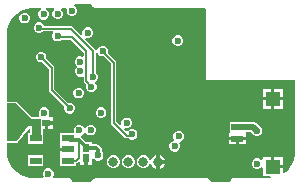
<source format=gbl>
%TF.GenerationSoftware,Altium Limited,Altium Designer,24.5.2 (23)*%
G04 Layer_Physical_Order=4*
G04 Layer_Color=16711680*
%FSLAX45Y45*%
%MOMM*%
%TF.SameCoordinates,57FA01A1-E815-4C6C-BC38-3E05548C2649*%
%TF.FilePolarity,Positive*%
%TF.FileFunction,Copper,L4,Bot,Signal*%
%TF.Part,Single*%
G01*
G75*
%TA.AperFunction,Conductor*%
%ADD10C,0.35000*%
%TA.AperFunction,SMDPad,CuDef*%
%ADD13R,0.62000X0.70000*%
%ADD14R,0.70000X0.62000*%
%ADD19R,1.00000X0.60000*%
%TA.AperFunction,Conductor*%
%ADD28C,0.15000*%
%ADD29C,0.50000*%
%TA.AperFunction,ComponentPad*%
%ADD30C,0.80000*%
%TA.AperFunction,ViaPad*%
%ADD31C,0.60000*%
%ADD32C,0.50000*%
%TA.AperFunction,SMDPad,CuDef*%
%ADD33R,1.00000X0.55000*%
%ADD34R,1.30000X1.26000*%
G36*
X750048Y1485983D02*
X759972Y1479352D01*
X778349Y1471741D01*
X790054Y1469412D01*
X800000D01*
X1700010Y1469412D01*
X1700011Y1469412D01*
X1700013Y1469412D01*
X1701800Y1469412D01*
X1714500Y1458594D01*
Y863600D01*
X2469413D01*
X2469414Y250001D01*
X2469413Y228390D01*
X2460981Y186000D01*
X2444441Y146068D01*
X2420429Y110132D01*
X2389867Y79570D01*
X2374515Y69312D01*
X2363315Y75299D01*
Y111477D01*
X2278315D01*
Y126477D01*
X2263315D01*
Y209477D01*
X2193315D01*
Y186985D01*
X2180615Y181725D01*
X2171790Y190549D01*
X2155251Y197400D01*
X2137349D01*
X2120810Y190549D01*
X2108151Y177890D01*
X2101300Y161351D01*
Y143449D01*
X2108151Y126910D01*
X2120810Y114251D01*
X2137349Y107400D01*
X2155251D01*
X2171790Y114251D01*
X2180615Y123075D01*
X2193315Y117815D01*
Y43477D01*
X2254369D01*
X2259999Y30777D01*
X2259826Y30587D01*
X2250000D01*
X1950001Y30587D01*
X1938296Y28258D01*
X1928373Y21628D01*
X1921742Y11704D01*
X1919414Y0D01*
X1763988D01*
X1749961Y14026D01*
X1740038Y20657D01*
X1721661Y28269D01*
X1709955Y30597D01*
X1700010D01*
X800000Y30598D01*
X799997Y30597D01*
X790050Y30596D01*
X778345Y28267D01*
X759966Y20652D01*
X750044Y14020D01*
X736026Y0D01*
X580586D01*
X578258Y11704D01*
X571628Y21628D01*
X561704Y28258D01*
X549999Y30587D01*
X422435D01*
X417573Y43287D01*
X423739Y58173D01*
Y76075D01*
X416888Y92614D01*
X404230Y105273D01*
X387690Y112123D01*
X369788D01*
X353249Y105273D01*
X340590Y92614D01*
X333739Y76075D01*
Y58173D01*
X339905Y43287D01*
X335043Y30586D01*
X250000D01*
X228389Y30587D01*
X186000Y39018D01*
X146068Y55559D01*
X110132Y79571D01*
X79570Y110132D01*
X55558Y146069D01*
X39018Y186000D01*
X30587Y228389D01*
Y326664D01*
X111308D01*
X112458Y327140D01*
X113664Y326836D01*
X118059Y329460D01*
X122789Y331419D01*
X123265Y332569D01*
X124333Y333207D01*
X203478Y439550D01*
X219814Y441969D01*
X225064Y438014D01*
Y412251D01*
X206741D01*
Y322251D01*
X336741D01*
Y412251D01*
X333736D01*
Y444207D01*
X347714D01*
Y495207D01*
X362714D01*
Y510207D01*
X417714D01*
Y546207D01*
X386631D01*
X381355Y558892D01*
X388206Y575431D01*
Y593333D01*
X381355Y609873D01*
X368696Y622531D01*
X352157Y629382D01*
X334255D01*
X317716Y622531D01*
X305057Y609873D01*
X298206Y593333D01*
Y575431D01*
X303548Y562536D01*
X298795Y552524D01*
X296152Y549836D01*
X238331D01*
X115635Y672532D01*
X104154Y677287D01*
X30587D01*
X30586Y1250000D01*
X30586Y1271610D01*
X39018Y1314001D01*
X55558Y1353930D01*
X79570Y1389868D01*
X110132Y1420429D01*
X146069Y1444442D01*
X185999Y1460982D01*
X228389Y1469413D01*
X317947D01*
X320473Y1456713D01*
X312758Y1453518D01*
X300099Y1440859D01*
X293249Y1424320D01*
Y1406418D01*
X300099Y1389878D01*
X312758Y1377220D01*
X329298Y1370369D01*
X347199D01*
X363739Y1377220D01*
X376398Y1389878D01*
X383248Y1406418D01*
Y1424320D01*
X376398Y1440859D01*
X363739Y1453518D01*
X356024Y1456713D01*
X358550Y1469413D01*
X422613D01*
X427874Y1456713D01*
X419051Y1447890D01*
X412200Y1431351D01*
Y1413449D01*
X419051Y1396910D01*
X431710Y1384251D01*
X448249Y1377400D01*
X466151D01*
X482690Y1384251D01*
X495349Y1396910D01*
X502200Y1413449D01*
Y1431351D01*
X495349Y1447890D01*
X486526Y1456713D01*
X491787Y1469413D01*
X527652D01*
X534708Y1458854D01*
X533616Y1456217D01*
Y1438315D01*
X540467Y1421775D01*
X553125Y1409117D01*
X569665Y1402266D01*
X587567D01*
X604106Y1409117D01*
X616765Y1421775D01*
X623616Y1438315D01*
Y1456217D01*
X616765Y1472756D01*
X604106Y1485415D01*
X599556Y1487300D01*
X602082Y1500000D01*
X736032D01*
X750048Y1485983D01*
D02*
G37*
G36*
X231606Y533600D02*
X312714D01*
Y449207D01*
X317500D01*
Y412251D01*
Y342900D01*
X241300D01*
Y469341D01*
X205798Y469862D01*
X111308Y342900D01*
X30586D01*
X30586Y661052D01*
X104154D01*
X231606Y533600D01*
D02*
G37*
%LPC*%
G36*
X186751Y1429300D02*
X168849D01*
X152310Y1422449D01*
X139651Y1409790D01*
X132800Y1393251D01*
Y1375349D01*
X139651Y1358810D01*
X152310Y1346151D01*
X168849Y1339300D01*
X186751D01*
X203290Y1346151D01*
X215949Y1358810D01*
X222800Y1375349D01*
Y1393251D01*
X215949Y1409790D01*
X203290Y1422449D01*
X186751Y1429300D01*
D02*
G37*
G36*
X310233Y1348016D02*
X292331D01*
X275791Y1341165D01*
X263133Y1328507D01*
X256282Y1311967D01*
Y1294065D01*
X263133Y1277526D01*
X275791Y1264867D01*
X292331Y1258017D01*
X310233D01*
X326772Y1264867D01*
X333371Y1271466D01*
X415166D01*
X420426Y1258766D01*
X419051Y1257390D01*
X412200Y1240851D01*
Y1222949D01*
X419051Y1206410D01*
X431710Y1193751D01*
X448249Y1186900D01*
X466151D01*
X482690Y1193751D01*
X489289Y1200349D01*
X570608D01*
X678415Y1092542D01*
Y1065518D01*
X665715Y1057246D01*
X656651Y1061000D01*
X638749D01*
X622210Y1054149D01*
X609551Y1041490D01*
X602700Y1024951D01*
Y1007049D01*
X609551Y990510D01*
X618103Y981957D01*
X621326Y975017D01*
X618415Y965676D01*
X610706Y957967D01*
X603856Y941428D01*
Y923526D01*
X610706Y906987D01*
X623365Y894328D01*
X639904Y887477D01*
X657806D01*
X665715Y890753D01*
X678415Y882267D01*
Y847276D01*
X680161Y838497D01*
X685134Y831055D01*
X700027Y816162D01*
X698970Y813612D01*
Y795710D01*
X705821Y779171D01*
X718480Y766512D01*
X735019Y759661D01*
X752921D01*
X769461Y766512D01*
X782119Y779171D01*
X788970Y795710D01*
Y813612D01*
X782119Y830152D01*
X777340Y834931D01*
X779346Y849509D01*
X792005Y862167D01*
X798855Y878707D01*
Y896609D01*
X792005Y913148D01*
X784107Y921046D01*
Y1084716D01*
X796807Y1087242D01*
X800051Y1079410D01*
X812710Y1066751D01*
X829249Y1059900D01*
X846472D01*
X908756Y997616D01*
Y498353D01*
X910502Y489574D01*
X915475Y482131D01*
X1024838Y372768D01*
X1032281Y367795D01*
X1041060Y366049D01*
X1057655D01*
X1061934Y361770D01*
X1078474Y354919D01*
X1096376D01*
X1112915Y361770D01*
X1125574Y374429D01*
X1132424Y390968D01*
Y408870D01*
X1125574Y425409D01*
X1112915Y438068D01*
X1096376Y444919D01*
X1078474D01*
X1061934Y438068D01*
X1049276Y425410D01*
X1039106Y423387D01*
X1019629Y442863D01*
X1026823Y453629D01*
X1032116Y451437D01*
X1050018D01*
X1066557Y458288D01*
X1079216Y470946D01*
X1086067Y487486D01*
Y505388D01*
X1079216Y521927D01*
X1066557Y534586D01*
X1050018Y541437D01*
X1032116D01*
X1015577Y534586D01*
X1002918Y521927D01*
X996067Y505388D01*
Y487486D01*
X998259Y482193D01*
X987493Y474999D01*
X954637Y507855D01*
Y1007119D01*
X952891Y1015898D01*
X947918Y1023340D01*
X880889Y1090369D01*
X883200Y1095949D01*
Y1113851D01*
X876349Y1130390D01*
X863690Y1143049D01*
X847151Y1149900D01*
X829249D01*
X812710Y1143049D01*
X800051Y1130390D01*
X794621Y1117282D01*
X788397Y1115877D01*
X782079Y1115853D01*
X781381Y1115978D01*
X777388Y1121956D01*
X777387Y1121956D01*
X691948Y1207395D01*
X699142Y1218161D01*
X703529Y1216345D01*
X721431D01*
X737970Y1223195D01*
X750629Y1235854D01*
X757480Y1252393D01*
Y1270295D01*
X750629Y1286835D01*
X737970Y1299493D01*
X721431Y1306344D01*
X703529D01*
X686989Y1299493D01*
X674331Y1286835D01*
X667480Y1270295D01*
Y1252393D01*
X669297Y1248007D01*
X658530Y1240813D01*
X588715Y1310628D01*
X581273Y1315601D01*
X572494Y1317347D01*
X344053D01*
X339431Y1328507D01*
X326772Y1341165D01*
X310233Y1348016D01*
D02*
G37*
G36*
X1482151Y1238800D02*
X1464249D01*
X1447710Y1231949D01*
X1435051Y1219290D01*
X1428200Y1202751D01*
Y1184849D01*
X1435051Y1168310D01*
X1447710Y1155651D01*
X1464249Y1148800D01*
X1482151D01*
X1498690Y1155651D01*
X1511349Y1168310D01*
X1518200Y1184849D01*
Y1202751D01*
X1511349Y1219290D01*
X1498690Y1231949D01*
X1482151Y1238800D01*
D02*
G37*
G36*
X2363315Y784477D02*
X2293315D01*
Y716477D01*
X2363315D01*
Y784477D01*
D02*
G37*
G36*
X2263315D02*
X2193315D01*
Y716477D01*
X2263315D01*
Y784477D01*
D02*
G37*
G36*
X643951Y794300D02*
X626049D01*
X609510Y787449D01*
X596851Y774790D01*
X590000Y758251D01*
Y740349D01*
X596851Y723810D01*
X609510Y711151D01*
X626049Y704300D01*
X643951D01*
X660490Y711151D01*
X673149Y723810D01*
X680000Y740349D01*
Y758251D01*
X673149Y774790D01*
X660490Y787449D01*
X643951Y794300D01*
D02*
G37*
G36*
X2363315Y686477D02*
X2293315D01*
Y618477D01*
X2363315D01*
Y686477D01*
D02*
G37*
G36*
X2263315D02*
X2193315D01*
Y618477D01*
X2263315D01*
Y686477D01*
D02*
G37*
G36*
X326451Y1099100D02*
X308549D01*
X292010Y1092249D01*
X279351Y1079590D01*
X272500Y1063051D01*
Y1045149D01*
X279351Y1028610D01*
X292010Y1015951D01*
X308549Y1009100D01*
X326451D01*
X329001Y1010156D01*
X383459Y955698D01*
Y773986D01*
X385206Y765207D01*
X390179Y757765D01*
X516386Y631557D01*
X515330Y629007D01*
Y611105D01*
X522181Y594566D01*
X534839Y581907D01*
X551379Y575056D01*
X569281D01*
X585820Y581907D01*
X598479Y594566D01*
X605330Y611105D01*
Y629007D01*
X598479Y645547D01*
X585820Y658205D01*
X569281Y665056D01*
X551379D01*
X548829Y664000D01*
X429341Y783488D01*
Y965199D01*
X429341Y965200D01*
X427594Y973979D01*
X422621Y981421D01*
X361444Y1042599D01*
X362500Y1045149D01*
Y1063051D01*
X355649Y1079590D01*
X342990Y1092249D01*
X326451Y1099100D01*
D02*
G37*
G36*
X834451Y629200D02*
X816549D01*
X800010Y622349D01*
X787351Y609690D01*
X780500Y593151D01*
Y575249D01*
X787351Y558710D01*
X800010Y546051D01*
X816549Y539200D01*
X834451D01*
X850990Y546051D01*
X863649Y558710D01*
X870500Y575249D01*
Y593151D01*
X863649Y609690D01*
X850990Y622349D01*
X834451Y629200D01*
D02*
G37*
G36*
X745021Y480260D02*
X727119D01*
X710580Y473409D01*
X697921Y460750D01*
X695397Y454657D01*
X681651D01*
X680118Y458358D01*
X667459Y471017D01*
X650919Y477868D01*
X633018D01*
X616478Y471017D01*
X603819Y458358D01*
X596969Y441819D01*
Y423917D01*
X597427Y422811D01*
X590371Y412251D01*
X481741D01*
Y322251D01*
X476741Y322251D01*
Y287251D01*
X546741D01*
Y257251D01*
X476741D01*
Y222251D01*
X481741D01*
Y132251D01*
X611741D01*
Y155285D01*
X618379Y156606D01*
X625821Y161579D01*
X635767Y171524D01*
X647500Y166664D01*
Y140300D01*
X683500D01*
Y195300D01*
X713500D01*
Y140300D01*
X749500D01*
Y194639D01*
X762200Y197165D01*
X762670Y196032D01*
X775328Y183373D01*
X791868Y176522D01*
X809770D01*
X826309Y183373D01*
X838968Y196032D01*
X845818Y212571D01*
Y230473D01*
X838968Y247012D01*
X832359Y253622D01*
Y266798D01*
X829836Y279478D01*
X822653Y290229D01*
X802150Y310731D01*
X791400Y317914D01*
X778719Y320437D01*
X744500D01*
Y337300D01*
X699362D01*
X658480Y378182D01*
X660750Y391940D01*
X667459Y394719D01*
X680118Y407377D01*
X682642Y413471D01*
X696388D01*
X697921Y409770D01*
X710580Y397111D01*
X727119Y390260D01*
X745021D01*
X761561Y397111D01*
X774219Y409770D01*
X781070Y426309D01*
Y444211D01*
X774219Y460750D01*
X761561Y473409D01*
X745021Y480260D01*
D02*
G37*
G36*
X417714Y480207D02*
X377714D01*
Y444207D01*
X417714D01*
Y480207D01*
D02*
G37*
G36*
X2044314Y506477D02*
X1914315D01*
Y424177D01*
X1914314Y422106D01*
X1909314Y411477D01*
X1909315Y410848D01*
Y378977D01*
X1979315D01*
X2049314D01*
Y410493D01*
X2049315Y411477D01*
X2051688Y423194D01*
X2095498D01*
X2105159Y413533D01*
X2108151Y406310D01*
X2120810Y393651D01*
X2137349Y386800D01*
X2155251D01*
X2171790Y393651D01*
X2184449Y406310D01*
X2191300Y422849D01*
Y440751D01*
X2184449Y457290D01*
X2171790Y469949D01*
X2158655Y475390D01*
X2141230Y492816D01*
X2127999Y501656D01*
X2112391Y504761D01*
X2112390Y504761D01*
X2044314D01*
Y506477D01*
D02*
G37*
G36*
X2049314Y348977D02*
X1994315D01*
Y316477D01*
X2049314D01*
Y348977D01*
D02*
G37*
G36*
X1964315D02*
X1909315D01*
Y316477D01*
X1964315D01*
Y348977D01*
D02*
G37*
G36*
X1491650Y426902D02*
X1473748D01*
X1457208Y420051D01*
X1444550Y407393D01*
X1437699Y390853D01*
Y372951D01*
X1444550Y356412D01*
X1440595Y343749D01*
X1424056Y336898D01*
X1411397Y324240D01*
X1404546Y307700D01*
Y289798D01*
X1411397Y273259D01*
X1424056Y260600D01*
X1440595Y253749D01*
X1458497D01*
X1475037Y260600D01*
X1487695Y273259D01*
X1494546Y289798D01*
Y307700D01*
X1487695Y324239D01*
X1491650Y336902D01*
X1508189Y343753D01*
X1520848Y356412D01*
X1527699Y372951D01*
Y390853D01*
X1520848Y407393D01*
X1508189Y420051D01*
X1491650Y426902D01*
D02*
G37*
G36*
X1324238Y225607D02*
Y181878D01*
X1367967D01*
X1360103Y200864D01*
X1343225Y217743D01*
X1324238Y225607D01*
D02*
G37*
G36*
X1294238Y225608D02*
X1275250Y217743D01*
X1258372Y200864D01*
X1249238Y178812D01*
X1237237Y177818D01*
X1228864Y198032D01*
X1213392Y213504D01*
X1193177Y221877D01*
X1171297D01*
X1151083Y213504D01*
X1135611Y198032D01*
X1127238Y177817D01*
Y155937D01*
X1135611Y135722D01*
X1151083Y120251D01*
X1171297Y111877D01*
X1193177D01*
X1213392Y120251D01*
X1228864Y135722D01*
X1237237Y155937D01*
X1249238Y154942D01*
X1258372Y132890D01*
X1275250Y116012D01*
X1294238Y108147D01*
Y166878D01*
Y225608D01*
D02*
G37*
G36*
X2363315Y209477D02*
X2293315D01*
Y141477D01*
X2363315D01*
Y209477D01*
D02*
G37*
G36*
X336741Y222251D02*
X206741D01*
Y132251D01*
X336741D01*
Y222251D01*
D02*
G37*
G36*
X1066177Y221877D02*
X1044297D01*
X1024083Y213504D01*
X1008611Y198032D01*
X1000238Y177817D01*
Y155937D01*
X1008611Y135722D01*
X1024083Y120251D01*
X1044297Y111877D01*
X1066177D01*
X1086392Y120251D01*
X1101864Y135722D01*
X1110237Y155937D01*
Y177817D01*
X1101864Y198032D01*
X1086392Y213504D01*
X1066177Y221877D01*
D02*
G37*
G36*
X939177D02*
X917297D01*
X897083Y213504D01*
X881611Y198032D01*
X873238Y177817D01*
Y155937D01*
X881611Y135722D01*
X897083Y120251D01*
X917297Y111877D01*
X939177D01*
X959392Y120251D01*
X974864Y135722D01*
X983237Y155937D01*
Y177817D01*
X974864Y198032D01*
X959392Y213504D01*
X939177Y221877D01*
D02*
G37*
G36*
X1367968Y151878D02*
X1324238D01*
Y108147D01*
X1343225Y116012D01*
X1360103Y132890D01*
X1367968Y151878D01*
D02*
G37*
%LPD*%
D10*
X778719Y287300D02*
X799222Y266798D01*
Y223119D02*
X800819Y221522D01*
X799222Y223119D02*
Y266798D01*
X698500Y287300D02*
X778719D01*
X698500D02*
Y291300D01*
X546741Y367251D02*
X559241Y354751D01*
X635049D01*
X698500Y291300D01*
D13*
Y287300D02*
D03*
Y195300D02*
D03*
D14*
X270714Y495207D02*
D03*
X362714D02*
D03*
D19*
X271741Y367251D02*
D03*
Y177251D02*
D03*
X546741D02*
D03*
Y272251D02*
D03*
Y367251D02*
D03*
D28*
X701355Y847276D02*
Y1102045D01*
Y847276D02*
X743970Y804661D01*
X753855Y887658D02*
X761166Y894968D01*
Y1105734D01*
X580110Y1223290D02*
X701355Y1102045D01*
X465810Y1223290D02*
X580110D01*
X457200Y1231900D02*
X465810Y1223290D01*
X572494Y1294406D02*
X761166Y1105734D01*
X635049Y203249D02*
Y354751D01*
X609600Y177800D02*
X635049Y203249D01*
X547290Y177800D02*
X609600D01*
X546741Y177251D02*
X547290Y177800D01*
X1066637Y391309D02*
X1091750D01*
X1094069Y388989D01*
X1041060D02*
X1064318D01*
X931696Y498353D02*
X1041060Y388989D01*
X1064318D02*
X1066637Y391309D01*
X406400Y773986D02*
X560330Y620056D01*
X317500Y1054100D02*
X406400Y965200D01*
Y773986D02*
Y965200D01*
X309892Y1294406D02*
X572494D01*
X301282Y1303016D02*
X309892Y1294406D01*
X931696Y498353D02*
Y1007119D01*
X846304Y1092511D02*
X931696Y1007119D01*
D29*
X2112391Y463977D02*
X2144568Y431800D01*
X2146300D01*
X2012090Y463977D02*
X2112391D01*
D30*
X1309237Y166877D02*
D03*
X1182237D02*
D03*
X1055237D02*
D03*
X928237D02*
D03*
D31*
X743970Y804661D02*
D03*
X648574Y845171D02*
D03*
X753855Y887658D02*
D03*
X648855Y932477D02*
D03*
X578616Y1447266D02*
D03*
X457200Y1422400D02*
D03*
X1482699Y381902D02*
D03*
X2146300Y431800D02*
D03*
Y152400D02*
D03*
X1808832Y244309D02*
D03*
X1397000Y88900D02*
D03*
X1257300Y495300D02*
D03*
X987774Y328012D02*
D03*
X876300Y330200D02*
D03*
X647700Y50800D02*
D03*
X622300Y1104900D02*
D03*
X1612900Y787400D02*
D03*
X1735000Y830735D02*
D03*
X1799496Y405945D02*
D03*
X1473200Y622300D02*
D03*
X2026512Y566623D02*
D03*
X457200Y1231900D02*
D03*
X736070Y435260D02*
D03*
X641968Y432868D02*
D03*
X378739Y67124D02*
D03*
X800819Y221522D02*
D03*
X1449546Y298749D02*
D03*
X1087425Y399919D02*
D03*
X560330Y620056D02*
D03*
X266700Y76200D02*
D03*
X88900Y393700D02*
D03*
X78664Y622902D02*
D03*
X127000Y152400D02*
D03*
X463183Y446678D02*
D03*
X915433Y1423025D02*
D03*
X813833D02*
D03*
X1067833Y1435725D02*
D03*
X1169433D02*
D03*
X1417281Y1403761D02*
D03*
X1835000Y830779D02*
D03*
X1678221Y935056D02*
D03*
X1678177Y1035056D02*
D03*
X1678133Y1135056D02*
D03*
X1676401Y1224291D02*
D03*
X1678000Y1435056D02*
D03*
X1935000Y830823D02*
D03*
X2035000Y830868D02*
D03*
X2135000Y830912D02*
D03*
X2235000Y830956D02*
D03*
X2335000Y831000D02*
D03*
X2435000Y831044D02*
D03*
X317500Y1054100D02*
D03*
X343206Y584382D02*
D03*
X63500Y901700D02*
D03*
X330200Y952500D02*
D03*
X558800Y1168400D02*
D03*
X635000Y749300D02*
D03*
X647700Y1016000D02*
D03*
X825500Y584200D02*
D03*
X177800Y1384300D02*
D03*
X338248Y1415369D02*
D03*
X301282Y1303016D02*
D03*
X712480Y1261344D02*
D03*
X1041067Y496437D02*
D03*
X1473200Y1193800D02*
D03*
X838200Y1104900D02*
D03*
D32*
X395423Y266320D02*
D03*
X319223D02*
D03*
X1199196Y975787D02*
D03*
Y865787D02*
D03*
Y755787D02*
D03*
X1089196Y975787D02*
D03*
Y865787D02*
D03*
Y755787D02*
D03*
X979196Y975787D02*
D03*
Y865787D02*
D03*
Y755787D02*
D03*
D33*
X1979315Y463977D02*
D03*
Y363977D02*
D03*
D34*
X2278315Y701477D02*
D03*
Y126477D02*
D03*
%TF.MD5,31dd1e16b8ab96b4325a7c6e9e8238d2*%
M02*

</source>
